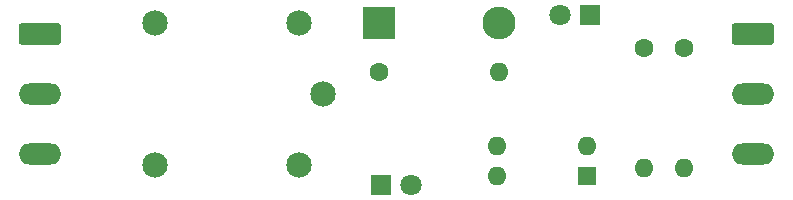
<source format=gbr>
%TF.GenerationSoftware,KiCad,Pcbnew,8.0.2*%
%TF.CreationDate,2024-06-20T13:36:58+03:00*%
%TF.ProjectId,r_le,72f66c65-2e6b-4696-9361-645f70636258,rev?*%
%TF.SameCoordinates,Original*%
%TF.FileFunction,Soldermask,Bot*%
%TF.FilePolarity,Negative*%
%FSLAX46Y46*%
G04 Gerber Fmt 4.6, Leading zero omitted, Abs format (unit mm)*
G04 Created by KiCad (PCBNEW 8.0.2) date 2024-06-20 13:36:58*
%MOMM*%
%LPD*%
G01*
G04 APERTURE LIST*
G04 Aperture macros list*
%AMRoundRect*
0 Rectangle with rounded corners*
0 $1 Rounding radius*
0 $2 $3 $4 $5 $6 $7 $8 $9 X,Y pos of 4 corners*
0 Add a 4 corners polygon primitive as box body*
4,1,4,$2,$3,$4,$5,$6,$7,$8,$9,$2,$3,0*
0 Add four circle primitives for the rounded corners*
1,1,$1+$1,$2,$3*
1,1,$1+$1,$4,$5*
1,1,$1+$1,$6,$7*
1,1,$1+$1,$8,$9*
0 Add four rect primitives between the rounded corners*
20,1,$1+$1,$2,$3,$4,$5,0*
20,1,$1+$1,$4,$5,$6,$7,0*
20,1,$1+$1,$6,$7,$8,$9,0*
20,1,$1+$1,$8,$9,$2,$3,0*%
G04 Aperture macros list end*
%ADD10C,1.600000*%
%ADD11O,1.600000X1.600000*%
%ADD12R,1.800000X1.800000*%
%ADD13C,1.800000*%
%ADD14RoundRect,0.250000X-1.550000X0.650000X-1.550000X-0.650000X1.550000X-0.650000X1.550000X0.650000X0*%
%ADD15O,3.600000X1.800000*%
%ADD16R,1.600000X1.600000*%
%ADD17C,2.154000*%
%ADD18R,2.800000X2.800000*%
%ADD19O,2.800000X2.800000*%
G04 APERTURE END LIST*
D10*
%TO.C,R3*%
X55905400Y16408400D03*
D11*
X55905400Y6248400D03*
%TD*%
D12*
%TO.C,D3*%
X51313000Y19177000D03*
D13*
X48773000Y19177000D03*
%TD*%
D10*
%TO.C,R2*%
X33477200Y14427200D03*
D11*
X43637200Y14427200D03*
%TD*%
D14*
%TO.C,J2*%
X4749800Y17627600D03*
D15*
X4749800Y12547600D03*
X4749800Y7467600D03*
%TD*%
D16*
%TO.C,U1*%
X51069400Y5608400D03*
D11*
X51069400Y8148400D03*
X43449400Y8148400D03*
X43449400Y5608400D03*
%TD*%
D14*
%TO.C,J1*%
X65125600Y17627600D03*
D15*
X65125600Y12547600D03*
X65125600Y7467600D03*
%TD*%
D12*
%TO.C,D2*%
X33578800Y4851400D03*
D13*
X36118800Y4851400D03*
%TD*%
D17*
%TO.C,K1*%
X26690000Y18509400D03*
X26690000Y6509400D03*
X28690000Y12509400D03*
X14490000Y6509400D03*
X14490000Y18509400D03*
%TD*%
D18*
%TO.C,D1*%
X33442200Y18504400D03*
D19*
X43602200Y18504400D03*
%TD*%
D10*
%TO.C,R1*%
X59270200Y16440800D03*
D11*
X59270200Y6280800D03*
%TD*%
M02*

</source>
